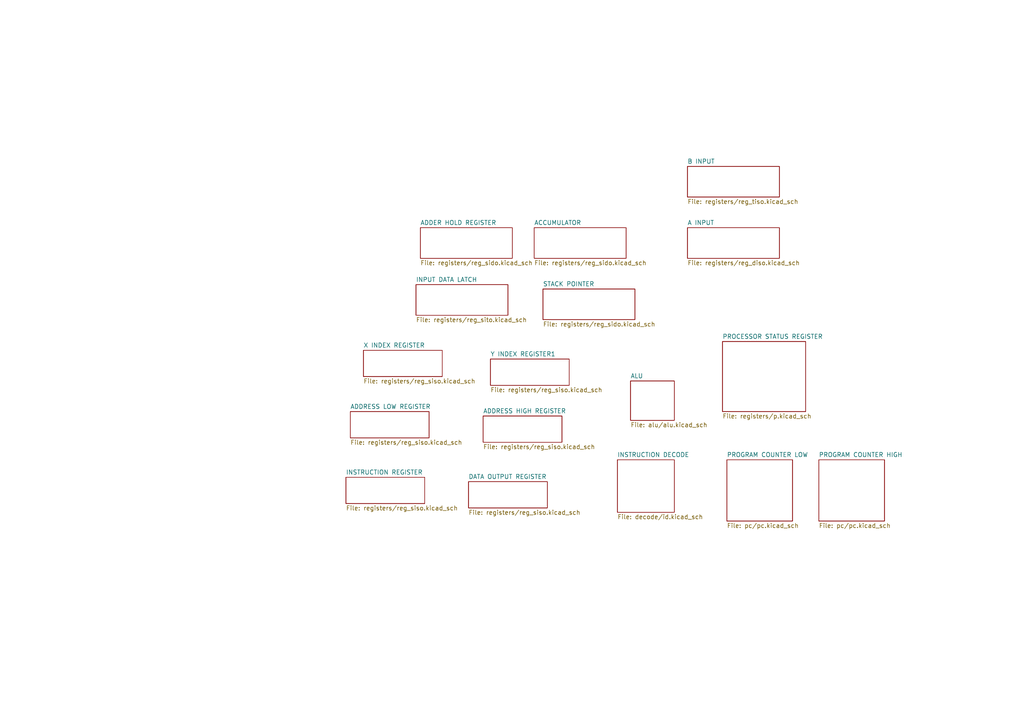
<source format=kicad_sch>
(kicad_sch (version 20211123) (generator eeschema)
  (paper "A4")
  (lib_symbols)
  (sheet (at 100.33 138.43) (size 22.86 7.62) (stroke (width 0.1524))
    (property "Sheet name" "INSTRUCTION REGISTER" (at 100.33 137.7184 0) (effects (justify left bottom)))
    (property "Sheet file" "registers/reg_siso.kicad_sch" (at 100.33 146.6346 0) (effects (justify left top)))
  )
  (sheet (at 140.1315 120.6559) (size 22.86 7.62) (stroke (width 0.1524))
    (property "Sheet name" "ADDRESS HIGH REGISTER" (at 140.1315 119.9443 0) (effects (justify left bottom)))
    (property "Sheet file" "registers/reg_siso.kicad_sch" (at 140.1315 128.8605 0) (effects (justify left top)))
  )
  (sheet (at 237.49 133.35) (size 19.05 17.78) (stroke (width 0.1524))
    (property "Sheet name" "PROGRAM COUNTER HIGH" (at 237.49 132.6384 0) (effects (justify left bottom)))
    (property "Sheet file" "pc/pc.kicad_sch" (at 237.49 151.7146 0) (effects (justify left top)))
  )
  (sheet (at 157.48 83.82) (size 26.67 8.89) (stroke (width 0.1524))
    (property "Sheet name" "STACK POINTER" (at 157.48 83.1084 0) (effects (justify left bottom)))
    (property "Sheet file" "registers/reg_sido.kicad_sch" (at 157.48 93.2946 0) (effects (justify left top)))
  )
  (sheet (at 120.65 82.55) (size 26.67 8.89) (stroke (width 0.1524))
    (property "Sheet name" "INPUT DATA LATCH" (at 120.65 81.8384 0) (effects (justify left bottom)))
    (property "Sheet file" "registers/reg_sito.kicad_sch" (at 120.65 92.0246 0) (effects (justify left top)))
  )
  (sheet (at 101.6 119.38) (size 22.86 7.62) (stroke (width 0.1524))
    (property "Sheet name" "ADDRESS LOW REGISTER" (at 101.6 118.6684 0) (effects (justify left bottom)))
    (property "Sheet file" "registers/reg_siso.kicad_sch" (at 101.6 127.5846 0) (effects (justify left top)))
  )
  (sheet (at 142.24 104.14) (size 22.86 7.62) (stroke (width 0.1524))
    (property "Sheet name" "Y INDEX REGISTER1" (at 142.24 103.4284 0) (effects (justify left bottom)))
    (property "Sheet file" "registers/reg_siso.kicad_sch" (at 142.24 112.3446 0) (effects (justify left top)))
  )
  (sheet (at 210.82 133.35) (size 19.05 17.78) (stroke (width 0.1524))
    (property "Sheet name" "PROGRAM COUNTER LOW" (at 210.82 132.6384 0) (effects (justify left bottom)))
    (property "Sheet file" "pc/pc.kicad_sch" (at 210.82 151.7146 0) (effects (justify left top)))
  )
  (sheet (at 199.39 48.26) (size 26.67 8.89) (stroke (width 0.1524))
    (property "Sheet name" "B INPUT" (at 199.39 47.5484 0) (effects (justify left bottom)))
    (property "Sheet file" "registers\\reg_tiso.kicad_sch" (at 199.39 57.7346 0) (effects (justify left top)))
  )
  (sheet (at 154.94 66.04) (size 26.67 8.89) (stroke (width 0.1524))
    (property "Sheet name" "ACCUMULATOR" (at 154.94 65.3284 0) (effects (justify left bottom)))
    (property "Sheet file" "registers/reg_sido.kicad_sch" (at 154.94 75.5146 0) (effects (justify left top)))
  )
  (sheet (at 121.92 66.04) (size 26.67 8.89) (stroke (width 0.1524))
    (property "Sheet name" "ADDER HOLD REGISTER" (at 121.92 65.3284 0) (effects (justify left bottom)))
    (property "Sheet file" "registers/reg_sido.kicad_sch" (at 121.92 75.5146 0) (effects (justify left top)))
  )
  (sheet (at 182.88 110.49) (size 12.7 11.43) (stroke (width 0.1524))
    (property "Sheet name" "ALU" (at 182.88 109.7784 0) (effects (justify left bottom)))
    (property "Sheet file" "alu/alu.kicad_sch" (at 182.88 122.5046 0) (effects (justify left top)))
  )
  (sheet (at 105.41 101.6) (size 22.86 7.62) (stroke (width 0.1524))
    (property "Sheet name" "X INDEX REGISTER" (at 105.41 100.8884 0) (effects (justify left bottom)))
    (property "Sheet file" "registers/reg_siso.kicad_sch" (at 105.41 109.8046 0) (effects (justify left top)))
  )
  (sheet (at 209.55 99.06) (size 24.13 20.32) (stroke (width 0.1524))
    (property "Sheet name" "PROCESSOR STATUS REGISTER" (at 209.55 98.3484 0) (effects (justify left bottom)))
    (property "Sheet file" "registers/p.kicad_sch" (at 209.55 119.9646 0) (effects (justify left top)))
  )
  (sheet (at 199.39 66.04) (size 26.67 8.89) (stroke (width 0.1524))
    (property "Sheet name" "A INPUT" (at 199.39 65.3284 0) (effects (justify left bottom)))
    (property "Sheet file" "registers/reg_diso.kicad_sch" (at 199.39 75.5146 0) (effects (justify left top)))
  )
  (sheet (at 179.07 133.35) (size 16.51 15.24) (stroke (width 0.1524))
    (property "Sheet name" "INSTRUCTION DECODE" (at 179.07 132.6384 0) (effects (justify left bottom)))
    (property "Sheet file" "decode/id.kicad_sch" (at 179.07 149.1746 0) (effects (justify left top)))
  )
  (sheet (at 135.89 139.7) (size 22.86 7.62) (stroke (width 0.1524))
    (property "Sheet name" "DATA OUTPUT REGISTER" (at 135.89 138.9884 0) (effects (justify left bottom)))
    (property "Sheet file" "registers/reg_siso.kicad_sch" (at 135.89 147.9046 0) (effects (justify left top)))
  )
)
</source>
